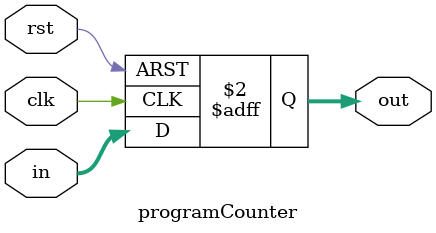
<source format=v>
module programCounter(clk,rst,in,out);
input clk,rst;
input [31:0] in;
output reg [31:0] out;
//reg [31:0] mem [31:0];
//initial mem[0]=0;
always @ (posedge clk,posedge rst) begin
 	//mem[0]=0;
	if(rst) out = 32'd0;
	else out = in;
end
endmodule


</source>
